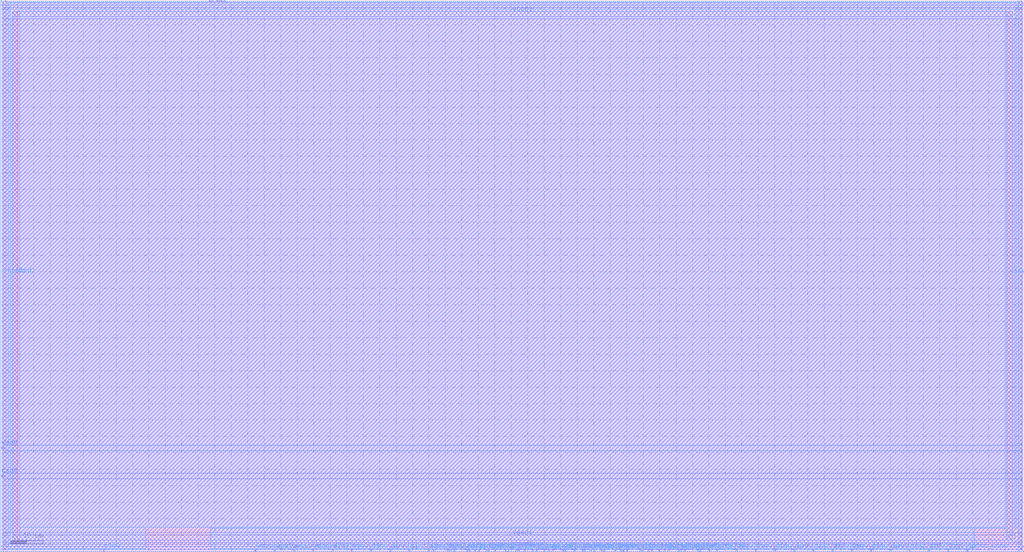
<source format=lef>
VERSION 5.7 ;
  NOWIREEXTENSIONATPIN ON ;
  DIVIDERCHAR "/" ;
  BUSBITCHARS "[]" ;
MACRO sky130_sram_128B_1rw_32x32
  CLASS BLOCK ;
  FOREIGN sky130_sram_128B_1rw_32x32 ;
  ORIGIN 0.000 0.000 ;
  SIZE 310.680 BY 167.570 ;
  SYMMETRY X Y R90 ;
  PIN din0[0]
    DIRECTION INPUT ;
    PORT
      LAYER met4 ;
        RECT 100.540 0.000 100.920 0.380 ;
    END
  END din0[0]
  PIN din0[1]
    DIRECTION INPUT ;
    PORT
      LAYER met4 ;
        RECT 106.380 0.000 106.760 0.380 ;
    END
  END din0[1]
  PIN din0[2]
    DIRECTION INPUT ;
    PORT
      LAYER met4 ;
        RECT 112.220 0.000 112.600 0.380 ;
    END
  END din0[2]
  PIN din0[3]
    DIRECTION INPUT ;
    PORT
      LAYER met4 ;
        RECT 118.060 0.000 118.440 0.380 ;
    END
  END din0[3]
  PIN din0[4]
    DIRECTION INPUT ;
    PORT
      LAYER met4 ;
        RECT 123.900 0.000 124.280 0.380 ;
    END
  END din0[4]
  PIN din0[5]
    DIRECTION INPUT ;
    PORT
      LAYER met4 ;
        RECT 129.740 0.000 130.120 0.380 ;
    END
  END din0[5]
  PIN din0[6]
    DIRECTION INPUT ;
    PORT
      LAYER met4 ;
        RECT 135.580 0.000 135.960 0.380 ;
    END
  END din0[6]
  PIN din0[7]
    DIRECTION INPUT ;
    PORT
      LAYER met4 ;
        RECT 141.420 0.000 141.800 0.380 ;
    END
  END din0[7]
  PIN din0[8]
    DIRECTION INPUT ;
    PORT
      LAYER met4 ;
        RECT 147.260 0.000 147.640 0.380 ;
    END
  END din0[8]
  PIN din0[9]
    DIRECTION INPUT ;
    PORT
      LAYER met4 ;
        RECT 153.100 0.000 153.480 0.380 ;
    END
  END din0[9]
  PIN din0[10]
    DIRECTION INPUT ;
    PORT
      LAYER met4 ;
        RECT 158.940 0.000 159.320 0.380 ;
    END
  END din0[10]
  PIN din0[11]
    DIRECTION INPUT ;
    PORT
      LAYER met4 ;
        RECT 164.780 0.000 165.160 0.380 ;
    END
  END din0[11]
  PIN din0[12]
    DIRECTION INPUT ;
    PORT
      LAYER met4 ;
        RECT 170.620 0.000 171.000 0.380 ;
    END
  END din0[12]
  PIN din0[13]
    DIRECTION INPUT ;
    PORT
      LAYER met4 ;
        RECT 176.460 0.000 176.840 0.380 ;
    END
  END din0[13]
  PIN din0[14]
    DIRECTION INPUT ;
    PORT
      LAYER met4 ;
        RECT 182.300 0.000 182.680 0.380 ;
    END
  END din0[14]
  PIN din0[15]
    DIRECTION INPUT ;
    PORT
      LAYER met4 ;
        RECT 188.140 0.000 188.520 0.380 ;
    END
  END din0[15]
  PIN din0[16]
    DIRECTION INPUT ;
    PORT
      LAYER met4 ;
        RECT 193.980 0.000 194.360 0.380 ;
    END
  END din0[16]
  PIN din0[17]
    DIRECTION INPUT ;
    PORT
      LAYER met4 ;
        RECT 199.820 0.000 200.200 0.380 ;
    END
  END din0[17]
  PIN din0[18]
    DIRECTION INPUT ;
    PORT
      LAYER met4 ;
        RECT 205.660 0.000 206.040 0.380 ;
    END
  END din0[18]
  PIN din0[19]
    DIRECTION INPUT ;
    PORT
      LAYER met4 ;
        RECT 211.500 0.000 211.880 0.380 ;
    END
  END din0[19]
  PIN din0[20]
    DIRECTION INPUT ;
    PORT
      LAYER met4 ;
        RECT 217.340 0.000 217.720 0.380 ;
    END
  END din0[20]
  PIN din0[21]
    DIRECTION INPUT ;
    PORT
      LAYER met4 ;
        RECT 223.180 0.000 223.560 0.380 ;
    END
  END din0[21]
  PIN din0[22]
    DIRECTION INPUT ;
    PORT
      LAYER met4 ;
        RECT 229.020 0.000 229.400 0.380 ;
    END
  END din0[22]
  PIN din0[23]
    DIRECTION INPUT ;
    PORT
      LAYER met4 ;
        RECT 234.860 0.000 235.240 0.380 ;
    END
  END din0[23]
  PIN din0[24]
    DIRECTION INPUT ;
    PORT
      LAYER met4 ;
        RECT 240.700 0.000 241.080 0.380 ;
    END
  END din0[24]
  PIN din0[25]
    DIRECTION INPUT ;
    PORT
      LAYER met4 ;
        RECT 246.540 0.000 246.920 0.380 ;
    END
  END din0[25]
  PIN din0[26]
    DIRECTION INPUT ;
    PORT
      LAYER met4 ;
        RECT 252.380 0.000 252.760 0.380 ;
    END
  END din0[26]
  PIN din0[27]
    DIRECTION INPUT ;
    PORT
      LAYER met4 ;
        RECT 258.220 0.000 258.600 0.380 ;
    END
  END din0[27]
  PIN din0[28]
    DIRECTION INPUT ;
    PORT
      LAYER met4 ;
        RECT 264.060 0.000 264.440 0.380 ;
    END
  END din0[28]
  PIN din0[29]
    DIRECTION INPUT ;
    PORT
      LAYER met4 ;
        RECT 269.900 0.000 270.280 0.380 ;
    END
  END din0[29]
  PIN din0[30]
    DIRECTION INPUT ;
    PORT
      LAYER met4 ;
        RECT 275.740 0.000 276.120 0.380 ;
    END
  END din0[30]
  PIN din0[31]
    DIRECTION INPUT ;
    PORT
      LAYER met4 ;
        RECT 281.580 0.000 281.960 0.380 ;
    END
  END din0[31]
  PIN din0[32]
    DIRECTION INPUT ;
    PORT
      LAYER met4 ;
        RECT 287.420 0.000 287.800 0.380 ;
    END
  END din0[32]
  PIN addr0[0]
    DIRECTION INPUT ;
    PORT
      LAYER met4 ;
        RECT 63.270 167.190 63.650 167.570 ;
    END
  END addr0[0]
  PIN addr0[1]
    DIRECTION INPUT ;
    PORT
      LAYER met4 ;
        RECT 67.625 167.190 68.005 167.570 ;
    END
  END addr0[1]
  PIN addr0[2]
    DIRECTION INPUT ;
    PORT
      LAYER met4 ;
        RECT 63.960 167.190 64.340 167.570 ;
    END
  END addr0[2]
  PIN addr0[3]
    DIRECTION INPUT ;
    PORT
      LAYER met4 ;
        RECT 66.935 167.190 67.315 167.570 ;
    END
  END addr0[3]
  PIN addr0[4]
    DIRECTION INPUT ;
    PORT
      LAYER met4 ;
        RECT 66.245 167.190 66.625 167.570 ;
    END
  END addr0[4]
  PIN addr0[5]
    DIRECTION INPUT ;
    PORT
      LAYER met4 ;
        RECT 65.500 167.190 65.880 167.570 ;
    END
  END addr0[5]
  PIN csb0
    DIRECTION INPUT ;
    PORT
      LAYER met3 ;
        RECT 0.000 22.830 0.380 23.210 ;
    END
  END csb0
  PIN web0
    DIRECTION INPUT ;
    PORT
      LAYER met3 ;
        RECT 0.000 31.330 0.380 31.710 ;
    END
  END web0
  PIN clk0
    DIRECTION INPUT ;
    PORT
      LAYER met4 ;
        RECT 31.100 0.000 31.480 0.380 ;
    END
  END clk0
  PIN wmask0[0]
    DIRECTION INPUT ;
    PORT
      LAYER met4 ;
        RECT 77.180 0.000 77.560 0.380 ;
    END
  END wmask0[0]
  PIN wmask0[1]
    DIRECTION INPUT ;
    PORT
      LAYER met4 ;
        RECT 83.020 0.000 83.400 0.380 ;
    END
  END wmask0[1]
  PIN wmask0[2]
    DIRECTION INPUT ;
    PORT
      LAYER met4 ;
        RECT 88.860 0.000 89.240 0.380 ;
    END
  END wmask0[2]
  PIN wmask0[3]
    DIRECTION INPUT ;
    PORT
      LAYER met4 ;
        RECT 94.700 0.000 95.080 0.380 ;
    END
  END wmask0[3]
  PIN spare_wen0
    DIRECTION INPUT ;
    PORT
      LAYER met4 ;
        RECT 293.260 0.000 293.640 0.380 ;
    END
  END spare_wen0
  PIN dout0[0]
    DIRECTION OUTPUT ;
    PORT
      LAYER met4 ;
        RECT 131.225 0.000 131.605 0.380 ;
    END
  END dout0[0]
  PIN dout0[1]
    DIRECTION OUTPUT ;
    PORT
      LAYER met4 ;
        RECT 136.340 0.000 136.720 0.380 ;
    END
  END dout0[1]
  PIN dout0[2]
    DIRECTION OUTPUT ;
    PORT
      LAYER met4 ;
        RECT 137.490 0.000 137.870 0.380 ;
    END
  END dout0[2]
  PIN dout0[3]
    DIRECTION OUTPUT ;
    PORT
      LAYER met4 ;
        RECT 142.110 0.000 142.490 0.380 ;
    END
  END dout0[3]
  PIN dout0[4]
    DIRECTION OUTPUT ;
    PORT
      LAYER met4 ;
        RECT 143.870 0.000 144.250 0.380 ;
    END
  END dout0[4]
  PIN dout0[5]
    DIRECTION OUTPUT ;
    PORT
      LAYER met4 ;
        RECT 144.960 0.000 145.340 0.380 ;
    END
  END dout0[5]
  PIN dout0[6]
    DIRECTION OUTPUT ;
    PORT
      LAYER met4 ;
        RECT 147.950 0.000 148.330 0.380 ;
    END
  END dout0[6]
  PIN dout0[7]
    DIRECTION OUTPUT ;
    PORT
      LAYER met4 ;
        RECT 149.960 0.000 150.340 0.380 ;
    END
  END dout0[7]
  PIN dout0[8]
    DIRECTION OUTPUT ;
    PORT
      LAYER met4 ;
        RECT 153.870 0.000 154.250 0.380 ;
    END
  END dout0[8]
  PIN dout0[9]
    DIRECTION OUTPUT ;
    PORT
      LAYER met4 ;
        RECT 156.340 0.000 156.720 0.380 ;
    END
  END dout0[9]
  PIN dout0[10]
    DIRECTION OUTPUT ;
    PORT
      LAYER met4 ;
        RECT 157.135 0.000 157.515 0.380 ;
    END
  END dout0[10]
  PIN dout0[11]
    DIRECTION OUTPUT ;
    PORT
      LAYER met4 ;
        RECT 161.340 0.000 161.720 0.380 ;
    END
  END dout0[11]
  PIN dout0[12]
    DIRECTION OUTPUT ;
    PORT
      LAYER met4 ;
        RECT 162.490 0.000 162.870 0.380 ;
    END
  END dout0[12]
  PIN dout0[13]
    DIRECTION OUTPUT ;
    PORT
      LAYER met4 ;
        RECT 166.340 0.000 166.720 0.380 ;
    END
  END dout0[13]
  PIN dout0[14]
    DIRECTION OUTPUT ;
    PORT
      LAYER met4 ;
        RECT 167.490 0.000 167.870 0.380 ;
    END
  END dout0[14]
  PIN dout0[15]
    DIRECTION OUTPUT ;
    PORT
      LAYER met4 ;
        RECT 171.310 0.000 171.690 0.380 ;
    END
  END dout0[15]
  PIN dout0[16]
    DIRECTION OUTPUT ;
    PORT
      LAYER met4 ;
        RECT 173.870 0.000 174.250 0.380 ;
    END
  END dout0[16]
  PIN dout0[17]
    DIRECTION OUTPUT ;
    PORT
      LAYER met4 ;
        RECT 177.150 0.000 177.530 0.380 ;
    END
  END dout0[17]
  PIN dout0[18]
    DIRECTION OUTPUT ;
    PORT
      LAYER met4 ;
        RECT 178.870 0.000 179.250 0.380 ;
    END
  END dout0[18]
  PIN dout0[19]
    DIRECTION OUTPUT ;
    PORT
      LAYER met4 ;
        RECT 179.960 0.000 180.340 0.380 ;
    END
  END dout0[19]
  PIN dout0[20]
    DIRECTION OUTPUT ;
    PORT
      LAYER met4 ;
        RECT 182.990 0.000 183.370 0.380 ;
    END
  END dout0[20]
  PIN dout0[21]
    DIRECTION OUTPUT ;
    PORT
      LAYER met4 ;
        RECT 186.280 0.000 186.660 0.380 ;
    END
  END dout0[21]
  PIN dout0[22]
    DIRECTION OUTPUT ;
    PORT
      LAYER met4 ;
        RECT 188.870 0.000 189.250 0.380 ;
    END
  END dout0[22]
  PIN dout0[23]
    DIRECTION OUTPUT ;
    PORT
      LAYER met4 ;
        RECT 189.960 0.000 190.340 0.380 ;
    END
  END dout0[23]
  PIN dout0[24]
    DIRECTION OUTPUT ;
    PORT
      LAYER met4 ;
        RECT 194.670 0.000 195.050 0.380 ;
    END
  END dout0[24]
  PIN dout0[25]
    DIRECTION OUTPUT ;
    PORT
      LAYER met4 ;
        RECT 196.340 0.000 196.720 0.380 ;
    END
  END dout0[25]
  PIN dout0[26]
    DIRECTION OUTPUT ;
    PORT
      LAYER met4 ;
        RECT 197.490 0.000 197.870 0.380 ;
    END
  END dout0[26]
  PIN dout0[27]
    DIRECTION OUTPUT ;
    PORT
      LAYER met4 ;
        RECT 201.340 0.000 201.720 0.380 ;
    END
  END dout0[27]
  PIN dout0[28]
    DIRECTION OUTPUT ;
    PORT
      LAYER met4 ;
        RECT 202.490 0.000 202.870 0.380 ;
    END
  END dout0[28]
  PIN dout0[29]
    DIRECTION OUTPUT ;
    PORT
      LAYER met4 ;
        RECT 206.350 0.000 206.730 0.380 ;
    END
  END dout0[29]
  PIN dout0[30]
    DIRECTION OUTPUT ;
    PORT
      LAYER met4 ;
        RECT 207.490 0.000 207.870 0.380 ;
    END
  END dout0[30]
  PIN dout0[31]
    DIRECTION OUTPUT ;
    PORT
      LAYER met4 ;
        RECT 212.190 0.000 212.570 0.380 ;
    END
  END dout0[31]
  PIN dout0[32]
    DIRECTION OUTPUT ;
    PORT
      LAYER met4 ;
        RECT 215.035 0.000 215.415 0.380 ;
    END
  END dout0[32]
  PIN vccd1
    DIRECTION INOUT ;
    USE POWER ;
    SHAPE ABUTMENT ;
    PORT
      LAYER met3 ;
        RECT 0.000 165.830 310.680 167.570 ;
    END
    PORT
      LAYER met4 ;
        RECT 308.940 0.000 310.680 167.570 ;
    END
    PORT
      LAYER met4 ;
        RECT 0.000 0.000 1.740 167.570 ;
    END
    PORT
      LAYER met3 ;
        RECT 0.000 0.000 310.680 1.740 ;
    END
  END vccd1
  PIN vssd1
    DIRECTION INOUT ;
    USE GROUND ;
    SHAPE ABUTMENT ;
    PORT
      LAYER met3 ;
        RECT 3.480 162.350 307.200 164.090 ;
    END
    PORT
      LAYER met4 ;
        RECT 305.460 3.480 307.200 164.090 ;
    END
    PORT
      LAYER met4 ;
        RECT 3.480 3.480 5.220 164.090 ;
    END
    PORT
      LAYER met3 ;
        RECT 3.480 3.480 307.200 5.220 ;
    END
  END vssd1
  OBS
      LAYER met1 ;
        RECT 0.620 0.620 310.060 166.950 ;
      LAYER met2 ;
        RECT 0.620 0.620 310.060 166.950 ;
      LAYER met3 ;
        RECT 0.620 164.690 310.060 165.230 ;
        RECT 0.620 161.750 2.880 164.690 ;
        RECT 307.800 161.750 310.060 164.690 ;
        RECT 0.620 32.310 310.060 161.750 ;
        RECT 0.980 30.730 310.060 32.310 ;
        RECT 0.620 23.810 310.060 30.730 ;
        RECT 0.980 22.230 310.060 23.810 ;
        RECT 0.620 5.820 310.060 22.230 ;
        RECT 0.620 2.880 2.880 5.820 ;
        RECT 307.800 2.880 310.060 5.820 ;
        RECT 0.620 2.340 310.060 2.880 ;
      LAYER met4 ;
        RECT 2.340 166.590 62.670 166.950 ;
        RECT 68.605 166.590 308.340 166.950 ;
        RECT 2.340 164.690 308.340 166.590 ;
        RECT 2.340 2.880 2.880 164.690 ;
        RECT 5.820 7.460 304.860 164.690 ;
        RECT 5.820 2.880 43.950 7.460 ;
        RECT 2.340 0.980 43.950 2.880 ;
        RECT 2.340 0.620 30.500 0.980 ;
        RECT 32.080 0.620 43.950 0.980 ;
        RECT 63.730 7.130 304.860 7.460 ;
        RECT 307.800 7.130 308.340 164.690 ;
        RECT 63.730 7.120 295.970 7.130 ;
        RECT 63.730 0.980 295.510 7.120 ;
        RECT 63.730 0.620 76.580 0.980 ;
        RECT 78.160 0.620 82.420 0.980 ;
        RECT 84.000 0.620 88.260 0.980 ;
        RECT 89.840 0.620 94.100 0.980 ;
        RECT 95.680 0.620 99.940 0.980 ;
        RECT 101.520 0.620 105.780 0.980 ;
        RECT 107.360 0.620 111.620 0.980 ;
        RECT 113.200 0.620 117.460 0.980 ;
        RECT 119.040 0.620 123.300 0.980 ;
        RECT 124.880 0.620 129.140 0.980 ;
        RECT 132.205 0.620 134.980 0.980 ;
        RECT 138.470 0.620 140.820 0.980 ;
        RECT 143.090 0.620 143.270 0.980 ;
        RECT 145.940 0.620 146.660 0.980 ;
        RECT 148.930 0.620 149.360 0.980 ;
        RECT 150.940 0.620 152.500 0.980 ;
        RECT 154.850 0.620 155.740 0.980 ;
        RECT 158.115 0.620 158.340 0.980 ;
        RECT 159.920 0.620 160.740 0.980 ;
        RECT 163.470 0.620 164.180 0.980 ;
        RECT 168.470 0.620 170.020 0.980 ;
        RECT 172.290 0.620 173.270 0.980 ;
        RECT 174.850 0.620 175.860 0.980 ;
        RECT 178.130 0.620 178.270 0.980 ;
        RECT 180.940 0.620 181.700 0.980 ;
        RECT 183.970 0.620 185.680 0.980 ;
        RECT 187.260 0.620 187.540 0.980 ;
        RECT 190.940 0.620 193.380 0.980 ;
        RECT 195.650 0.620 195.740 0.980 ;
        RECT 198.470 0.620 199.220 0.980 ;
        RECT 203.470 0.620 205.060 0.980 ;
        RECT 208.470 0.620 210.900 0.980 ;
        RECT 213.170 0.620 214.435 0.980 ;
        RECT 216.015 0.620 216.740 0.980 ;
        RECT 218.320 0.620 222.580 0.980 ;
        RECT 224.160 0.620 228.420 0.980 ;
        RECT 230.000 0.620 234.260 0.980 ;
        RECT 235.840 0.620 240.100 0.980 ;
        RECT 241.680 0.620 245.940 0.980 ;
        RECT 247.520 0.620 251.780 0.980 ;
        RECT 253.360 0.620 257.620 0.980 ;
        RECT 259.200 0.620 263.460 0.980 ;
        RECT 265.040 0.620 269.300 0.980 ;
        RECT 270.880 0.620 275.140 0.980 ;
        RECT 276.720 0.620 280.980 0.980 ;
        RECT 282.560 0.620 286.820 0.980 ;
        RECT 288.400 0.620 292.660 0.980 ;
        RECT 294.240 0.620 295.510 0.980 ;
  END
END sky130_sram_128B_1rw_32x32
END LIBRARY


</source>
